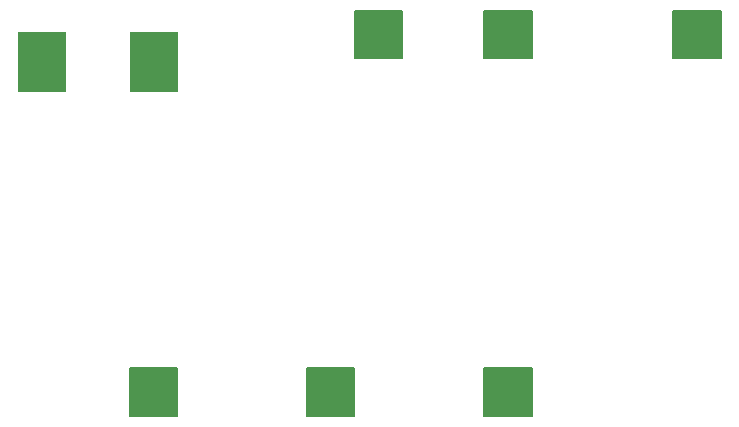
<source format=gbr>
%TF.GenerationSoftware,KiCad,Pcbnew,8.0.4-1.fc40*%
%TF.CreationDate,2024-08-27T20:39:50+02:00*%
%TF.ProjectId,ATU100 Alc interface Front,41545531-3030-4204-916c-6320696e7465,rev?*%
%TF.SameCoordinates,Original*%
%TF.FileFunction,Soldermask,Bot*%
%TF.FilePolarity,Negative*%
%FSLAX46Y46*%
G04 Gerber Fmt 4.6, Leading zero omitted, Abs format (unit mm)*
G04 Created by KiCad (PCBNEW 8.0.4-1.fc40) date 2024-08-27 20:39:50*
%MOMM*%
%LPD*%
G01*
G04 APERTURE LIST*
%ADD10C,0.050000*%
%ADD11C,0.200000*%
G04 APERTURE END LIST*
D10*
X96750000Y-79000000D02*
X100750000Y-79000000D01*
X100750000Y-84000000D01*
X96750000Y-84000000D01*
X96750000Y-79000000D01*
G36*
X96750000Y-79000000D02*
G01*
X100750000Y-79000000D01*
X100750000Y-84000000D01*
X96750000Y-84000000D01*
X96750000Y-79000000D01*
G37*
D11*
X152250000Y-77250000D02*
X156250000Y-77250000D01*
X156250000Y-81250000D01*
X152250000Y-81250000D01*
X152250000Y-77250000D01*
G36*
X152250000Y-77250000D02*
G01*
X156250000Y-77250000D01*
X156250000Y-81250000D01*
X152250000Y-81250000D01*
X152250000Y-77250000D01*
G37*
X136250000Y-77250000D02*
X140250000Y-77250000D01*
X140250000Y-81250000D01*
X136250000Y-81250000D01*
X136250000Y-77250000D01*
G36*
X136250000Y-77250000D02*
G01*
X140250000Y-77250000D01*
X140250000Y-81250000D01*
X136250000Y-81250000D01*
X136250000Y-77250000D01*
G37*
X136250000Y-107500000D02*
X140250000Y-107500000D01*
X140250000Y-111500000D01*
X136250000Y-111500000D01*
X136250000Y-107500000D01*
G36*
X136250000Y-107500000D02*
G01*
X140250000Y-107500000D01*
X140250000Y-111500000D01*
X136250000Y-111500000D01*
X136250000Y-107500000D01*
G37*
X121200000Y-107500000D02*
X125200000Y-107500000D01*
X125200000Y-111500000D01*
X121200000Y-111500000D01*
X121200000Y-107500000D01*
G36*
X121200000Y-107500000D02*
G01*
X125200000Y-107500000D01*
X125200000Y-111500000D01*
X121200000Y-111500000D01*
X121200000Y-107500000D01*
G37*
X125250000Y-77250000D02*
X129250000Y-77250000D01*
X129250000Y-81250000D01*
X125250000Y-81250000D01*
X125250000Y-77250000D01*
G36*
X125250000Y-77250000D02*
G01*
X129250000Y-77250000D01*
X129250000Y-81250000D01*
X125250000Y-81250000D01*
X125250000Y-77250000D01*
G37*
D10*
X106250000Y-79000000D02*
X110250000Y-79000000D01*
X110250000Y-84000000D01*
X106250000Y-84000000D01*
X106250000Y-79000000D01*
G36*
X106250000Y-79000000D02*
G01*
X110250000Y-79000000D01*
X110250000Y-84000000D01*
X106250000Y-84000000D01*
X106250000Y-79000000D01*
G37*
D11*
X106250000Y-107500000D02*
X110250000Y-107500000D01*
X110250000Y-111500000D01*
X106250000Y-111500000D01*
X106250000Y-107500000D01*
G36*
X106250000Y-107500000D02*
G01*
X110250000Y-107500000D01*
X110250000Y-111500000D01*
X106250000Y-111500000D01*
X106250000Y-107500000D01*
G37*
M02*

</source>
